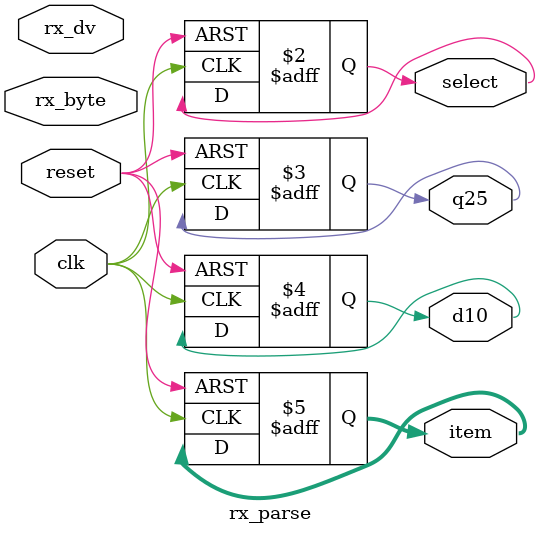
<source format=v>
`timescale 1ns / 1ps

module rx_parse(
   input clk,
   input reset, 
   input rx_dv,
   input [7:0] rx_byte, 
   output reg select, 
   output reg q25, 
   output reg d10,
   output reg [2:0] item
   );

    always @(posedge clk or posedge reset)
    begin
        if (reset) begin
 	    item <= 0;
            select <= 0;
            q25 <= 0;
            d10 <= 0;
        end else begin

//
//  create the select, q25, d10 pulses depending on the input character
//
//  also, if you receive a character between "0" and "7",
//    set item to the correct item number
//	   

        end
    end

endmodule


</source>
